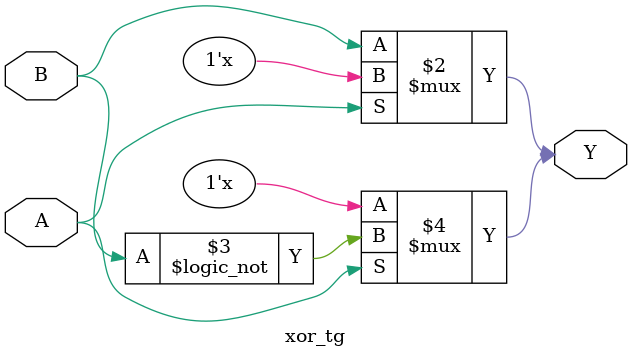
<source format=sv>

module xor_tg
  (output wire Y,
   input logic A, B);
   
   assign Y =!A ? B:1'bz;
   assign Y = A ? !B:1'bz;
   
endmodule
</source>
